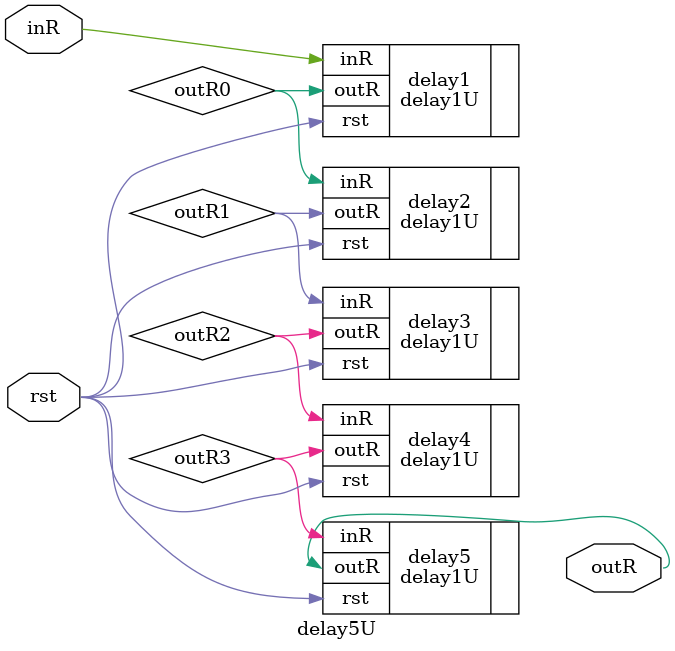
<source format=v>
`timescale 1ns / 1ps

module delay5U(inR, outR, rst);
input inR, rst;
output outR;

wire outR0,outR1,outR2,outR3;
delay1U delay1 ( .inR(inR)  , .outR(outR0), .rst(rst));
delay1U delay2 ( .inR(outR0), .outR(outR1), .rst(rst));
delay1U delay3 ( .inR(outR1), .outR(outR2), .rst(rst));
delay1U delay4 ( .inR(outR2), .outR(outR3), .rst(rst));
delay1U delay5 ( .inR(outR3), .outR(outR) , .rst(rst));
endmodule

</source>
